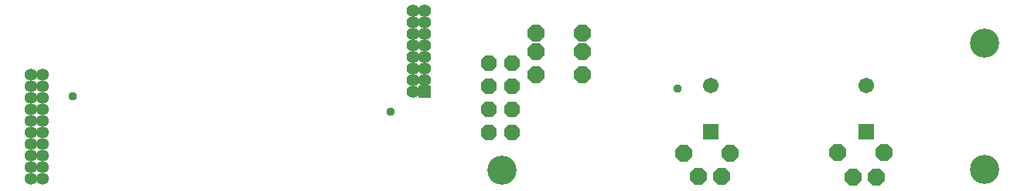
<source format=gbr>
G04 EAGLE Gerber RS-274X export*
G75*
%MOMM*%
%FSLAX34Y34*%
%LPD*%
%INSoldermask Bottom*%
%IPPOS*%
%AMOC8*
5,1,8,0,0,1.08239X$1,22.5*%
G01*
%ADD10C,3.203200*%
%ADD11R,1.711200X1.711200*%
%ADD12C,1.711200*%
%ADD13P,2.034460X8X22.500000*%
%ADD14P,2.034460X8X202.500000*%
%ADD15P,1.869504X8X112.500000*%
%ADD16C,1.361200*%
%ADD17R,1.421200X1.421200*%
%ADD18C,1.421200*%
%ADD19C,0.959600*%


D10*
X675894Y280670D03*
X676148Y141732D03*
X147066Y140462D03*
D11*
X375920Y182780D03*
D12*
X375920Y233780D03*
D11*
X546100Y182780D03*
D12*
X546100Y233780D03*
D13*
X362712Y133858D03*
X388112Y133858D03*
X532130Y133096D03*
X557530Y133096D03*
D14*
X397002Y159004D03*
X346202Y159004D03*
X565912Y160274D03*
X515112Y160274D03*
X235712Y245415D03*
X184912Y245415D03*
X235864Y271170D03*
X185064Y271170D03*
X235763Y291592D03*
X184963Y291592D03*
D15*
X158496Y182118D03*
X158496Y207518D03*
X158496Y232918D03*
X158496Y258318D03*
X133096Y182118D03*
X133096Y207518D03*
X133096Y232918D03*
X133096Y258318D03*
D16*
X-355854Y246126D03*
X-355854Y233426D03*
X-355854Y220726D03*
X-355854Y208026D03*
X-355854Y195326D03*
X-355854Y182626D03*
X-355854Y169926D03*
X-355854Y157226D03*
X-355854Y144526D03*
X-355854Y131826D03*
X-368554Y131826D03*
X-368554Y144526D03*
X-368554Y157226D03*
X-368554Y169926D03*
X-368554Y182626D03*
X-368554Y195326D03*
X-368554Y208026D03*
X-368554Y220726D03*
X-368554Y233426D03*
X-368554Y246126D03*
D17*
X62992Y227330D03*
D18*
X50292Y227330D03*
X62992Y240030D03*
X50292Y240030D03*
X62992Y252730D03*
X50292Y252730D03*
X62992Y265430D03*
X50292Y265430D03*
X62992Y278130D03*
X50292Y278130D03*
X62992Y290830D03*
X50292Y290830D03*
X62992Y303530D03*
X50292Y303530D03*
X62992Y316230D03*
X50292Y316230D03*
D19*
X-322580Y222250D03*
X25908Y204724D03*
X339344Y230886D03*
M02*

</source>
